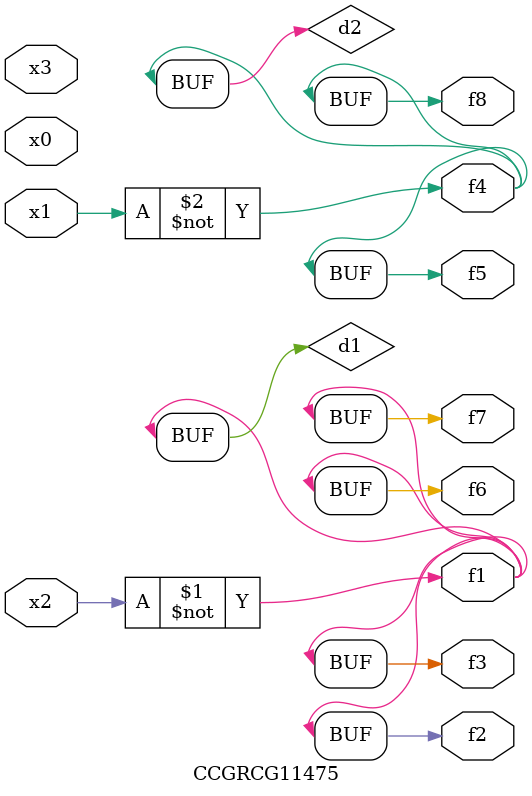
<source format=v>
module CCGRCG11475(
	input x0, x1, x2, x3,
	output f1, f2, f3, f4, f5, f6, f7, f8
);

	wire d1, d2;

	xnor (d1, x2);
	not (d2, x1);
	assign f1 = d1;
	assign f2 = d1;
	assign f3 = d1;
	assign f4 = d2;
	assign f5 = d2;
	assign f6 = d1;
	assign f7 = d1;
	assign f8 = d2;
endmodule

</source>
